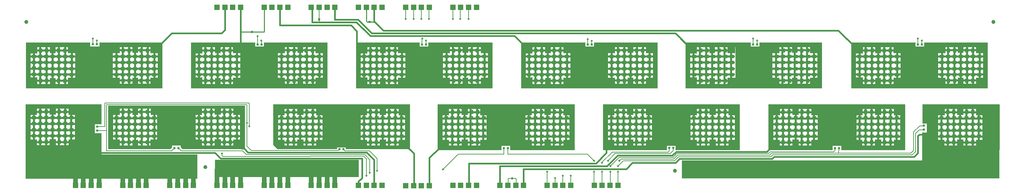
<source format=gtl>
G04*
G04 #@! TF.GenerationSoftware,Altium Limited,Altium Designer,18.1.7 (191)*
G04*
G04 Layer_Physical_Order=1*
G04 Layer_Color=255*
%FSLAX44Y44*%
%MOMM*%
G71*
G01*
G75*
%ADD12C,1.0000*%
%ADD13R,0.9300X0.9800*%
%ADD14R,0.9800X0.9300*%
%ADD15R,0.6000X0.6000*%
%ADD16R,0.6000X0.6000*%
%ADD17R,1.4300X1.4300*%
%ADD18R,0.2000X0.6000*%
%ADD19R,0.6000X0.2000*%
%ADD29C,0.2000*%
%ADD30C,0.4000*%
%ADD31C,0.2500*%
%ADD32R,62.9000X4.6000*%
%ADD33R,0.4000X0.6000*%
%ADD34R,0.6000X0.4000*%
%ADD35R,3.0000X5.0000*%
%ADD36R,3.6000X4.9500*%
%ADD37R,3.7000X4.6000*%
%ADD38R,5.1000X6.0000*%
%ADD39R,6.9000X5.1000*%
%ADD40R,19.7000X7.4500*%
%ADD41R,36.7000X4.4000*%
%ADD42R,1.2000X4.6000*%
%ADD43R,1.2000X4.5000*%
%ADD44R,1.2000X6.8500*%
%ADD45R,6.9000X6.0500*%
%ADD46R,9.9000X0.5000*%
%ADD47R,9.8000X0.5000*%
%ADD48R,11.4000X0.5000*%
%ADD49R,11.4000X0.5000*%
%ADD50R,0.5000X7.9000*%
%ADD51R,0.5000X9.5000*%
%ADD52R,0.6000X7.8000*%
%ADD53R,0.5000X9.5000*%
%ADD54R,0.5000X9.5000*%
%ADD55R,0.5000X9.5000*%
%ADD56R,0.6000X7.9000*%
%ADD57R,0.6000X9.5000*%
%ADD58R,11.4000X0.5000*%
%ADD59R,11.4000X0.5000*%
%ADD60R,9.8000X0.5000*%
%ADD61R,9.9000X0.5000*%
%ADD62R,11.4000X0.5000*%
%ADD63R,11.4000X0.5000*%
%ADD64R,9.8000X0.5000*%
%ADD65R,9.9000X0.5000*%
%ADD66R,0.5000X9.6000*%
%ADD67R,0.5000X8.0000*%
%ADD68R,0.5000X9.6000*%
%ADD69R,0.6000X7.4000*%
%ADD70R,5.5000X10.7000*%
%ADD71R,0.5000X9.6000*%
%ADD72R,0.5000X9.6000*%
%ADD73R,0.6000X7.8000*%
%ADD74R,0.5000X7.9000*%
%ADD75R,0.5000X9.6000*%
%ADD76R,11.8000X0.5000*%
%ADD77R,11.8000X0.5000*%
%ADD78R,11.9000X0.5000*%
%ADD79R,11.8000X0.5000*%
%ADD80R,9.8000X0.5000*%
%ADD81R,11.6000X0.5000*%
%ADD82R,11.6000X0.5000*%
%ADD83R,11.6000X0.5000*%
%ADD84R,11.6000X0.5000*%
%ADD85R,5.5000X10.7000*%
%ADD86R,11.9000X0.5000*%
%ADD87R,11.8000X0.5000*%
%ADD88R,11.6000X0.5000*%
%ADD89R,11.6000X0.5000*%
%ADD90R,11.8000X0.5000*%
%ADD91R,11.8000X0.5000*%
%ADD92R,11.9000X0.5000*%
%ADD93R,9.9000X0.5000*%
%ADD94R,11.6000X0.5000*%
%ADD95R,11.6000X0.5000*%
%ADD96R,11.6000X0.5000*%
%ADD97R,11.8000X0.5000*%
%ADD98R,11.9000X0.5000*%
%ADD99R,5.5000X10.7000*%
%ADD100C,1.2700*%
%ADD101C,0.4800*%
G36*
X1346000Y485000D02*
X1346000D01*
Y385000D01*
X1346000D01*
X1346000Y380000D01*
X1220000D01*
X1187000Y380000D01*
X1187000Y485000D01*
X1183000D01*
X1183000Y497000D01*
X1187000D01*
Y497000D01*
X1220000Y497000D01*
Y497000D01*
X1346000Y497000D01*
X1346000Y485000D01*
D02*
G37*
G36*
X2184000Y485000D02*
X2184000D01*
Y385000D01*
X2184000D01*
X2184000Y380000D01*
X2058000D01*
X2025000Y380000D01*
X2025000Y497000D01*
D01*
D01*
Y497000D01*
X2058000Y497000D01*
Y497000D01*
X2184000Y497000D01*
X2184000Y485000D01*
D02*
G37*
G36*
X926029Y485000D02*
X926029D01*
Y385000D01*
X926029D01*
X926029Y380000D01*
X800029D01*
X767029Y380000D01*
X767029Y485000D01*
X764000D01*
X764000Y497000D01*
X767029D01*
Y497000D01*
X800029Y497000D01*
Y497000D01*
X926029Y497000D01*
X926029Y485000D01*
D02*
G37*
G36*
X2606000Y485000D02*
X2606000D01*
Y385000D01*
X2606000D01*
X2606000Y380000D01*
X2480000D01*
X2444000Y380000D01*
X2444000Y497000D01*
X2480000Y497000D01*
Y497000D01*
X2606000Y497000D01*
X2606000Y485000D01*
D02*
G37*
G36*
X506000D02*
X506000D01*
Y385000D01*
X506000D01*
X506000Y380000D01*
X380000D01*
X347000Y380000D01*
X347000Y485000D01*
X346000D01*
X346000Y497000D01*
X347000D01*
Y497000D01*
X380000Y497000D01*
Y497000D01*
X506000Y497000D01*
X506000Y485000D01*
D02*
G37*
G36*
X1766000D02*
X1766000D01*
Y385000D01*
X1766000D01*
X1766000Y380000D01*
X1640000D01*
X1607000Y380000D01*
X1607000Y485000D01*
X1604000D01*
X1604000Y497000D01*
X1607000D01*
Y497000D01*
X1640000Y497000D01*
Y497000D01*
X1766000Y497000D01*
X1766000Y485000D01*
D02*
G37*
G36*
X1161000Y497000D02*
X1161000Y485250D01*
X1157027D01*
X1157717Y391000D01*
X1158000D01*
Y380000D01*
X999000D01*
Y388500D01*
Y492000D01*
X999000D01*
Y497000D01*
X1161000Y497000D01*
D02*
G37*
G36*
X742000Y497000D02*
X742000Y485250D01*
X737057D01*
X737746Y391000D01*
X738029D01*
Y380000D01*
X579029D01*
Y388500D01*
Y492000D01*
X579029D01*
Y497000D01*
X742000Y497000D01*
D02*
G37*
G36*
X2422000Y497000D02*
X2422000Y485250D01*
X2417027D01*
X2417717Y391000D01*
X2418000D01*
Y380000D01*
X2259000D01*
Y388500D01*
Y492000D01*
X2259000D01*
Y497000D01*
X2422000Y497000D01*
D02*
G37*
G36*
X322000D02*
X322000Y485250D01*
X317027D01*
X317717Y391000D01*
X318000D01*
Y380000D01*
X159000D01*
Y388500D01*
Y492000D01*
X159000D01*
Y497000D01*
X322000Y497000D01*
D02*
G37*
G36*
X1582000Y497000D02*
X1582000Y485250D01*
X1577027D01*
X1577717Y391000D01*
X1578000D01*
Y380000D01*
X1419000D01*
Y388500D01*
Y492000D01*
X1419000D01*
Y497000D01*
X1582000Y497000D01*
D02*
G37*
G36*
X1995000Y497000D02*
D01*
X2002985D01*
X2003764Y390500D01*
X1996000Y390500D01*
Y380000D01*
X1837000D01*
Y388500D01*
Y492000D01*
X1837000D01*
Y497000D01*
X1995000Y497000D01*
D02*
G37*
G36*
X2396000Y331000D02*
Y224000D01*
X2396000D01*
Y223000D01*
X2272000D01*
X2233000Y223000D01*
Y234000D01*
X2211000D01*
Y223000D01*
D01*
Y223000D01*
X2048000Y223000D01*
Y224000D01*
X2048000D01*
Y328000D01*
Y340000D01*
X2173000Y340000D01*
Y340000D01*
X2211000Y340000D01*
Y340000D01*
X2233000D01*
Y340000D01*
X2396000Y340000D01*
Y331000D01*
D02*
G37*
G36*
X1975000D02*
Y224000D01*
X1975000D01*
Y223000D01*
X1850000D01*
X1812000Y223000D01*
Y234000D01*
X1790000D01*
Y223000D01*
D01*
Y223000D01*
X1627000Y223000D01*
Y224000D01*
X1627000D01*
Y328000D01*
Y340000D01*
X1752000Y340000D01*
Y340000D01*
X1790000Y340000D01*
Y340000D01*
X1812000D01*
Y340000D01*
X1975000Y340000D01*
Y331000D01*
D02*
G37*
G36*
X1555000D02*
Y224000D01*
X1555000D01*
Y223000D01*
X1430000D01*
X1391000Y223000D01*
Y234000D01*
X1369000D01*
Y223000D01*
D01*
Y223000D01*
X1206000Y223000D01*
Y224000D01*
X1206000D01*
Y328000D01*
Y340000D01*
X1331000Y340000D01*
Y340000D01*
X1369000Y340000D01*
Y340000D01*
X1392000D01*
Y340000D01*
X1555000Y340000D01*
Y331000D01*
D02*
G37*
G36*
X1136000D02*
X1136000D01*
Y228500D01*
X1136000D01*
Y225500D01*
X1011000D01*
X973000Y225500D01*
Y230000D01*
X951000D01*
Y225500D01*
X913000Y225500D01*
X807000D01*
X798500Y225500D01*
X788000Y236000D01*
X788000Y238500D01*
Y328000D01*
X788000D01*
Y340000D01*
X913000Y340000D01*
Y340000D01*
X951000Y340000D01*
Y340000D01*
X973000D01*
Y340000D01*
X1136000Y340000D01*
Y331000D01*
D02*
G37*
G36*
X531000Y336000D02*
Y336000D01*
X553000D01*
Y336000D01*
X716000D01*
X716000Y331000D01*
X716000D01*
Y227500D01*
X716000D01*
Y225000D01*
X557000D01*
Y226000D01*
X553000Y230000D01*
Y234500D01*
X531000D01*
Y230000D01*
X531000Y230000D01*
Y230000D01*
X528500Y227500D01*
X528500Y227500D01*
D01*
X526000Y225000D01*
X398000D01*
X368000Y225000D01*
X368000Y249750D01*
X368000D01*
Y328500D01*
X368000D01*
X368000Y336000D01*
X493000Y336000D01*
Y336000D01*
X531000Y336000D01*
D02*
G37*
G36*
X321000Y340000D02*
X321000Y328500D01*
X284000Y328500D01*
X284000Y312250D01*
X267000Y312250D01*
X267000Y328500D01*
X235000Y328500D01*
X235000Y313250D01*
X219000D01*
X219000Y328500D01*
X187250D01*
X187250Y312500D01*
X171000Y312500D01*
Y249750D01*
X187000Y249750D01*
X187000Y235500D01*
X219000Y235500D01*
X219000Y250500D01*
X235000Y250500D01*
X235000Y235500D01*
X267000D01*
X267000Y250000D01*
X285250Y250000D01*
X285250Y235500D01*
X321000D01*
X321000Y225500D01*
X324000D01*
X324000Y211500D01*
X595000Y211500D01*
X595000Y150000D01*
X515000Y150000D01*
X158000Y150000D01*
Y224500D01*
Y328500D01*
X158000Y340000D01*
X321000Y340000D01*
D02*
G37*
G36*
X2630000Y340000D02*
Y340000D01*
X2636000D01*
Y223500D01*
X2630000D01*
Y223000D01*
X2467000Y223000D01*
Y224000D01*
X2467000D01*
Y328000D01*
Y340000D01*
X2630000Y340000D01*
D02*
G37*
%LPC*%
G36*
X1334000Y485000D02*
X1334000D01*
X1334000Y469750D01*
X1316000Y469750D01*
X1316000Y485000D01*
X1284000Y485000D01*
Y471000D01*
X1270000Y471000D01*
Y485000D01*
X1238000Y485000D01*
X1238000Y470000D01*
X1220000Y470000D01*
X1220000Y407250D01*
X1238000Y407250D01*
X1238000Y392000D01*
X1270000D01*
X1270000Y407250D01*
X1284000Y407250D01*
X1284000Y392000D01*
X1316000D01*
X1316000Y407500D01*
X1334000Y407500D01*
Y485000D01*
D02*
G37*
G36*
X2172000Y485000D02*
X2172000D01*
X2172000Y469750D01*
X2154000Y469750D01*
X2154000Y485000D01*
X2122000Y485000D01*
Y471000D01*
X2108000Y471000D01*
Y485000D01*
X2076000Y485000D01*
X2076000Y470000D01*
X2058000Y470000D01*
X2058000Y407250D01*
X2076000Y407250D01*
X2076000Y392000D01*
X2108000D01*
X2108000Y407250D01*
X2122000Y407250D01*
X2122000Y392000D01*
X2154000D01*
X2154000Y407500D01*
X2172000Y407500D01*
Y485000D01*
D02*
G37*
G36*
X914029Y485000D02*
X914029D01*
X914029Y469750D01*
X896029Y469750D01*
X896029Y485000D01*
X864029Y485000D01*
Y471000D01*
X850029Y471000D01*
Y485000D01*
X818029Y485000D01*
X818029Y470000D01*
X800029Y470000D01*
X800029Y407250D01*
X818029Y407250D01*
X818029Y392000D01*
X850029D01*
X850029Y407250D01*
X864029Y407250D01*
X864029Y392000D01*
X896029D01*
X896029Y407500D01*
X914029Y407500D01*
Y485000D01*
D02*
G37*
G36*
X2594000Y485000D02*
X2594000D01*
X2594000Y469750D01*
X2576000Y469750D01*
X2576000Y485000D01*
X2544000Y485000D01*
Y471000D01*
X2530000Y471000D01*
Y485000D01*
X2498000Y485000D01*
X2498000Y470000D01*
X2480000Y470000D01*
X2480000Y407250D01*
X2498000Y407250D01*
X2498000Y392000D01*
X2530000D01*
X2530000Y407250D01*
X2544000Y407250D01*
X2544000Y392000D01*
X2576000D01*
X2576000Y407500D01*
X2594000Y407500D01*
Y485000D01*
D02*
G37*
G36*
X494000D02*
X494000D01*
X494000Y469750D01*
X476000Y469750D01*
X476000Y485000D01*
X444000Y485000D01*
Y471000D01*
X430000Y471000D01*
Y485000D01*
X398000Y485000D01*
X398000Y470000D01*
X380000Y470000D01*
X380000Y407250D01*
X398000Y407250D01*
X398000Y392000D01*
X430000D01*
X430000Y407250D01*
X444000Y407250D01*
X444000Y392000D01*
X476000D01*
X476000Y407500D01*
X494000Y407500D01*
Y485000D01*
D02*
G37*
G36*
X1754000D02*
X1754000D01*
X1754000Y469750D01*
X1736000Y469750D01*
X1736000Y485000D01*
X1704000Y485000D01*
Y471000D01*
X1690000Y471000D01*
Y485000D01*
X1658000Y485000D01*
X1658000Y470000D01*
X1640000Y470000D01*
X1640000Y407250D01*
X1658000Y407250D01*
X1658000Y392000D01*
X1690000D01*
X1690000Y407250D01*
X1704000Y407250D01*
X1704000Y392000D01*
X1736000D01*
X1736000Y407500D01*
X1754000Y407500D01*
Y485000D01*
D02*
G37*
G36*
X1028000Y485250D02*
X1028000Y469500D01*
X1011000Y469500D01*
Y408000D01*
X1028000Y408000D01*
X1028000Y391000D01*
X1060000D01*
X1060000Y406250D01*
X1074000Y406250D01*
X1074000Y391000D01*
X1106000D01*
X1106000Y407000D01*
X1124000Y407000D01*
Y469750D01*
X1106000Y469750D01*
X1106000Y485250D01*
X1074000Y485250D01*
Y470000D01*
X1060000D01*
Y485250D01*
X1028000D01*
D02*
G37*
G36*
X1011000Y398500D02*
Y391000D01*
X1011000D01*
X1011000Y398500D01*
D02*
G37*
G36*
X608029Y485250D02*
X608029Y469500D01*
X591029Y469500D01*
Y408000D01*
X608029Y408000D01*
X608029Y391000D01*
X640029D01*
X640029Y406250D01*
X654029Y406250D01*
X654029Y391000D01*
X686029D01*
X686029Y407000D01*
X704029Y407000D01*
Y469750D01*
X686029Y469750D01*
X686029Y485250D01*
X654029D01*
Y470000D01*
X640029D01*
Y485250D01*
X608029Y485250D01*
D02*
G37*
G36*
X591029Y398500D02*
Y391000D01*
X591029D01*
X591029Y398500D01*
D02*
G37*
G36*
X2288000Y485250D02*
X2288000Y469500D01*
X2271000Y469500D01*
Y408000D01*
X2288000Y408000D01*
X2288000Y391000D01*
X2320000D01*
X2320000Y406250D01*
X2334000Y406250D01*
X2334000Y391000D01*
X2366000D01*
X2366000Y407000D01*
X2384000Y407000D01*
Y469750D01*
X2366000Y469750D01*
X2366000Y485250D01*
X2334000D01*
Y470000D01*
X2320000D01*
Y485250D01*
X2288000Y485250D01*
D02*
G37*
G36*
X2271000Y398500D02*
Y391000D01*
X2271000D01*
X2271000Y398500D01*
D02*
G37*
G36*
X188000Y485250D02*
X188000Y469500D01*
X171000Y469500D01*
Y408000D01*
X188000Y408000D01*
X188000Y391000D01*
X220000D01*
X220000Y406250D01*
X234000Y406250D01*
X234000Y391000D01*
X266000D01*
X266000Y407000D01*
X284000Y407000D01*
Y469750D01*
X266000Y469750D01*
X266000Y485250D01*
X234000D01*
Y470000D01*
X220000D01*
Y485250D01*
X188000Y485250D01*
D02*
G37*
G36*
X171000Y398500D02*
Y391000D01*
X171000D01*
X171000Y398500D01*
D02*
G37*
G36*
X1448000Y485250D02*
X1448000Y469500D01*
X1431000Y469500D01*
Y408000D01*
X1448000Y408000D01*
X1448000Y391000D01*
X1480000D01*
X1480000Y406250D01*
X1494000Y406250D01*
X1494000Y391000D01*
X1526000D01*
X1526000Y407000D01*
X1544000Y407000D01*
Y469750D01*
X1526000Y469750D01*
X1526000Y485250D01*
X1494000Y485250D01*
Y470000D01*
X1480000D01*
Y485250D01*
X1448000D01*
D02*
G37*
G36*
X1431000Y398500D02*
Y391000D01*
X1431000D01*
X1431000Y398500D01*
D02*
G37*
G36*
X1866000Y485250D02*
X1866000Y469500D01*
X1849000Y469500D01*
Y408000D01*
X1866000Y408000D01*
X1866000Y391000D01*
X1898000D01*
X1898000Y406250D01*
X1912000Y406250D01*
X1912000Y391000D01*
X1944000D01*
X1944000Y407000D01*
X1964000Y407000D01*
X1964000Y485250D01*
X1963000D01*
X1963000Y469750D01*
X1944000Y469750D01*
X1944000Y485250D01*
X1912000Y485250D01*
Y470000D01*
X1898000D01*
Y485250D01*
X1866000D01*
D02*
G37*
G36*
X1849000Y398500D02*
Y391000D01*
X1849000D01*
X1849000Y398500D01*
D02*
G37*
G36*
X2367000Y328000D02*
X2335000Y328000D01*
X2335000Y312750D01*
X2319000D01*
X2319000Y328000D01*
X2287250D01*
X2287250Y312000D01*
X2272000Y312000D01*
Y249250D01*
X2287000Y249250D01*
X2287000Y235000D01*
X2319000D01*
X2319000Y250000D01*
X2335000Y250000D01*
X2335000Y235000D01*
X2367000D01*
X2367000Y249500D01*
X2383000Y249500D01*
Y311750D01*
X2367000Y311750D01*
X2367000Y328000D01*
D02*
G37*
G36*
X2077250Y328000D02*
X2077250Y312000D01*
X2061000Y312000D01*
Y249250D01*
X2077000Y249250D01*
X2077000Y235000D01*
X2109000Y235000D01*
X2109000Y250000D01*
X2125000Y250000D01*
X2125000Y235000D01*
X2157000D01*
X2157000Y249500D01*
X2173000Y249500D01*
Y311750D01*
X2157000Y311750D01*
X2157000Y328000D01*
X2125000Y328000D01*
X2125000Y312750D01*
X2109000D01*
X2109000Y328000D01*
X2077250D01*
D02*
G37*
G36*
X1946000Y328000D02*
X1914000Y328000D01*
X1914000Y312750D01*
X1898000D01*
X1898000Y328000D01*
X1866250D01*
X1866250Y312000D01*
X1850000Y312000D01*
Y249250D01*
X1866000Y249250D01*
X1866000Y235000D01*
X1898000D01*
X1898000Y250000D01*
X1914000Y250000D01*
X1914000Y235000D01*
X1946000D01*
X1946000Y249500D01*
X1962000Y249500D01*
Y311750D01*
X1946000Y311750D01*
X1946000Y328000D01*
D02*
G37*
G36*
X1656250Y328000D02*
X1656250Y312000D01*
X1640000Y312000D01*
Y249250D01*
X1656000Y249250D01*
X1656000Y235000D01*
X1688000Y235000D01*
X1688000Y250000D01*
X1704000Y250000D01*
X1704000Y235000D01*
X1736000D01*
X1736000Y249500D01*
X1752000Y249500D01*
Y311750D01*
X1736000Y311750D01*
X1736000Y328000D01*
X1704000Y328000D01*
X1704000Y312750D01*
X1688000D01*
X1688000Y328000D01*
X1656250D01*
D02*
G37*
G36*
X1526000Y328000D02*
X1494000Y328000D01*
X1494000Y312750D01*
X1478000D01*
X1478000Y328000D01*
X1446250D01*
X1446250Y312000D01*
X1430000Y312000D01*
Y249250D01*
X1446000Y249250D01*
X1446000Y235000D01*
X1478000D01*
X1478000Y250000D01*
X1494000Y250000D01*
X1494000Y235000D01*
X1526000D01*
X1526000Y249500D01*
X1542000Y249500D01*
Y311750D01*
X1526000Y311750D01*
X1526000Y328000D01*
D02*
G37*
G36*
X1235250Y328000D02*
X1235250Y312000D01*
X1219000Y312000D01*
Y249250D01*
X1235000Y249250D01*
X1235000Y235000D01*
X1267000Y235000D01*
X1267000Y250000D01*
X1283000Y250000D01*
X1283000Y235000D01*
X1315000D01*
X1315000Y249500D01*
X1331000Y249500D01*
Y311750D01*
X1315000Y311750D01*
X1315000Y328000D01*
X1283000Y328000D01*
X1283000Y312750D01*
X1267000D01*
X1267000Y328000D01*
X1235250D01*
D02*
G37*
G36*
X1107000Y328000D02*
X1075000Y328000D01*
X1075000Y312750D01*
X1059000D01*
X1059000Y328000D01*
X1027250D01*
X1027250Y312000D01*
X1011000Y312000D01*
X1011000Y249250D01*
X1027000Y249250D01*
X1027000Y235000D01*
X1059000D01*
X1059000Y250000D01*
X1075000Y250000D01*
X1075000Y235000D01*
X1107000D01*
X1107000Y249500D01*
X1123000Y249500D01*
Y311750D01*
X1107000Y311750D01*
X1107000Y328000D01*
D02*
G37*
G36*
X817250Y328000D02*
X817250Y312000D01*
X801000Y312000D01*
Y249250D01*
X817000Y249250D01*
X817000Y235000D01*
X849000D01*
X849000Y250000D01*
X865000Y250000D01*
X865000Y235000D01*
X897000D01*
X897000Y249500D01*
X913000Y249500D01*
X913000Y311750D01*
X897000Y311750D01*
X897000Y328000D01*
X865000Y328000D01*
X865000Y312750D01*
X849000D01*
X849000Y328000D01*
X817250D01*
D02*
G37*
G36*
X686750Y328500D02*
X654750Y328500D01*
X654750Y313250D01*
X638750D01*
X638750Y328500D01*
X607000D01*
X607000Y312500D01*
X591000Y312500D01*
X591000Y249750D01*
X606750Y249750D01*
X606750Y235000D01*
X638750D01*
X638750Y250500D01*
X654750Y250500D01*
X654750Y235000D01*
X686750D01*
X686750Y250000D01*
X703000Y250000D01*
Y312250D01*
X686750Y312250D01*
X686750Y328500D01*
D02*
G37*
G36*
X398000D02*
X398000Y312500D01*
X381000Y312500D01*
Y249750D01*
X398000Y249750D01*
X398000Y235000D01*
X430000D01*
X430000Y249500D01*
X444000D01*
X444000Y235000D01*
X476000Y235000D01*
X476000Y250000D01*
X493000Y250000D01*
Y312250D01*
X476750Y312250D01*
X476750Y328500D01*
X444000Y328500D01*
X444000Y312500D01*
X430000D01*
X430000Y328500D01*
X398000D01*
D02*
G37*
G36*
X2496250Y328000D02*
X2496250Y312000D01*
X2480000Y312000D01*
Y249250D01*
X2496000Y249250D01*
X2496000Y235000D01*
X2528000Y235000D01*
X2528000Y250000D01*
X2544000Y250000D01*
X2544000Y235000D01*
X2576000D01*
X2576000Y249500D01*
X2592000Y249500D01*
Y311750D01*
X2576000Y311750D01*
X2576000Y328000D01*
X2544000Y328000D01*
X2544000Y312750D01*
X2528000D01*
X2528000Y328000D01*
X2496250D01*
D02*
G37*
%LPD*%
D12*
X615000Y180000D02*
D03*
X1810000Y170000D02*
D03*
X2620000Y550000D02*
D03*
X160000D02*
D03*
D13*
X195300Y244000D02*
D03*
X210700D02*
D03*
X195300Y321000D02*
D03*
X210700D02*
D03*
X406300Y243000D02*
D03*
X421700D02*
D03*
X615300Y320000D02*
D03*
X630700D02*
D03*
X663300Y243000D02*
D03*
X678700D02*
D03*
X873300Y244000D02*
D03*
X888700D02*
D03*
X1083300Y243000D02*
D03*
X1098700D02*
D03*
X1083300Y320000D02*
D03*
X1098700D02*
D03*
X1035300Y243000D02*
D03*
X1050700D02*
D03*
X1292300Y243000D02*
D03*
X1307700D02*
D03*
X1455300D02*
D03*
X1470700D02*
D03*
X1664300Y244000D02*
D03*
X1679700D02*
D03*
X1874300D02*
D03*
X1889700D02*
D03*
X2133300Y243000D02*
D03*
X2148700D02*
D03*
X2085300Y320000D02*
D03*
X2100700D02*
D03*
X2295300Y243000D02*
D03*
X2310700D02*
D03*
X2295300Y320000D02*
D03*
X2310700D02*
D03*
X2504300Y243000D02*
D03*
X2519700D02*
D03*
X2552300Y320000D02*
D03*
X2567700D02*
D03*
X1874300D02*
D03*
X1889700D02*
D03*
X1712300D02*
D03*
X1727700D02*
D03*
X1455300D02*
D03*
X1470700D02*
D03*
X1244300D02*
D03*
X1259700D02*
D03*
X873300Y320000D02*
D03*
X888700D02*
D03*
X406300Y320000D02*
D03*
X421700D02*
D03*
X1035300Y320000D02*
D03*
X1050700D02*
D03*
X243300Y244000D02*
D03*
X258700D02*
D03*
X452300Y243000D02*
D03*
X467700D02*
D03*
X825300Y244000D02*
D03*
X840700D02*
D03*
X1244300Y243000D02*
D03*
X1259700D02*
D03*
X1503300D02*
D03*
X1518700D02*
D03*
X1712300Y244000D02*
D03*
X1727700D02*
D03*
X1922300D02*
D03*
X1937700D02*
D03*
X663300Y320000D02*
D03*
X678700D02*
D03*
X2504300Y320000D02*
D03*
X2519700D02*
D03*
X2343300D02*
D03*
X2358700D02*
D03*
X2133300D02*
D03*
X2148700D02*
D03*
X615300Y243000D02*
D03*
X630700D02*
D03*
X2085300Y243000D02*
D03*
X2100700D02*
D03*
X2343300D02*
D03*
X2358700D02*
D03*
X2552300D02*
D03*
X2567700D02*
D03*
X1922300Y320000D02*
D03*
X1937700D02*
D03*
X1664300D02*
D03*
X1679700D02*
D03*
X1292300D02*
D03*
X1307700D02*
D03*
X1503300D02*
D03*
X1518700D02*
D03*
X825300Y320000D02*
D03*
X840700D02*
D03*
X243300Y321000D02*
D03*
X258700D02*
D03*
X452300Y320000D02*
D03*
X467700D02*
D03*
X467700Y400000D02*
D03*
X452300D02*
D03*
X421700Y477000D02*
D03*
X406300D02*
D03*
X873300Y400000D02*
D03*
X888700D02*
D03*
X1246600Y400000D02*
D03*
X1262000D02*
D03*
X1246600Y477000D02*
D03*
X1262000D02*
D03*
X1456300Y400000D02*
D03*
X1471700D02*
D03*
X1502300Y477000D02*
D03*
X1517700D02*
D03*
X1712300Y400000D02*
D03*
X1727700D02*
D03*
X2296300Y477000D02*
D03*
X2311700D02*
D03*
X1876300Y400000D02*
D03*
X1891700D02*
D03*
X1712300Y477000D02*
D03*
X1727700D02*
D03*
X1876300D02*
D03*
X1891700D02*
D03*
X2132300Y400000D02*
D03*
X2147700D02*
D03*
X2086300Y477000D02*
D03*
X2101700D02*
D03*
X2342300Y400000D02*
D03*
X2357700D02*
D03*
X2506300D02*
D03*
X2521700D02*
D03*
X2342300Y477000D02*
D03*
X2357700D02*
D03*
X2552300D02*
D03*
X2567700D02*
D03*
X196300Y400000D02*
D03*
X211700D02*
D03*
X1292000D02*
D03*
X1307400D02*
D03*
X662300D02*
D03*
X677700D02*
D03*
X1036300D02*
D03*
X1051700D02*
D03*
X242300D02*
D03*
X257700D02*
D03*
X196300Y477000D02*
D03*
X211700D02*
D03*
X616300Y400000D02*
D03*
X631700D02*
D03*
X826300Y400000D02*
D03*
X841700D02*
D03*
X662300Y477000D02*
D03*
X677700D02*
D03*
X826300Y477000D02*
D03*
X841700D02*
D03*
X1036300Y477000D02*
D03*
X1051700D02*
D03*
X1082300Y400000D02*
D03*
X1097700D02*
D03*
X2296300D02*
D03*
X2311700D02*
D03*
X2506300Y477000D02*
D03*
X2521700D02*
D03*
X406300Y400000D02*
D03*
X421700D02*
D03*
X467700Y477000D02*
D03*
X452300D02*
D03*
X1292000D02*
D03*
X1307400D02*
D03*
X1502300Y400000D02*
D03*
X1517700D02*
D03*
X1456300Y477000D02*
D03*
X1471700D02*
D03*
X1666300Y400000D02*
D03*
X1681700D02*
D03*
X1666300Y477000D02*
D03*
X1681700D02*
D03*
X1922300Y400000D02*
D03*
X1937700D02*
D03*
X1922300Y477000D02*
D03*
X1937700D02*
D03*
X2086300Y400000D02*
D03*
X2101700D02*
D03*
X2132300Y477000D02*
D03*
X2147700D02*
D03*
X2552300Y400000D02*
D03*
X2567700D02*
D03*
X242300Y477000D02*
D03*
X257700D02*
D03*
X616300D02*
D03*
X631700D02*
D03*
X872300Y477000D02*
D03*
X887700D02*
D03*
X1082300Y477000D02*
D03*
X1097700D02*
D03*
D14*
X437000Y273700D02*
D03*
Y258300D02*
D03*
X469000Y273700D02*
D03*
Y258300D02*
D03*
X405000Y273700D02*
D03*
Y258300D02*
D03*
X195000Y259300D02*
D03*
Y274700D02*
D03*
X211000Y305700D02*
D03*
Y290300D02*
D03*
X227000Y259300D02*
D03*
Y274700D02*
D03*
X259000Y274700D02*
D03*
Y259300D02*
D03*
X243000Y305700D02*
D03*
Y290300D02*
D03*
X275000Y290300D02*
D03*
Y305700D02*
D03*
X663000Y273700D02*
D03*
Y258300D02*
D03*
X695000Y273700D02*
D03*
Y258300D02*
D03*
X615000Y258300D02*
D03*
Y273700D02*
D03*
X599000Y304700D02*
D03*
Y289300D02*
D03*
X809000Y258300D02*
D03*
Y273700D02*
D03*
X631000Y304700D02*
D03*
Y289300D02*
D03*
X647000Y273700D02*
D03*
Y258300D02*
D03*
X841000Y273700D02*
D03*
Y258300D02*
D03*
X663000Y304700D02*
D03*
Y289300D02*
D03*
X695000Y304700D02*
D03*
Y289300D02*
D03*
X1083000Y273700D02*
D03*
Y258300D02*
D03*
X873000Y273700D02*
D03*
Y258300D02*
D03*
X905000Y273700D02*
D03*
Y258300D02*
D03*
X1276000Y273700D02*
D03*
Y258300D02*
D03*
X1308000Y273700D02*
D03*
Y258300D02*
D03*
X1244000Y273700D02*
D03*
Y258300D02*
D03*
X1099000Y273700D02*
D03*
Y258300D02*
D03*
X1083000Y289300D02*
D03*
Y304700D02*
D03*
X1324000Y273700D02*
D03*
Y258300D02*
D03*
X1455000Y273700D02*
D03*
Y258300D02*
D03*
X1487000Y273700D02*
D03*
Y258300D02*
D03*
X1519000Y273700D02*
D03*
Y258300D02*
D03*
X1664000Y273700D02*
D03*
Y258300D02*
D03*
X1503000Y304700D02*
D03*
Y289300D02*
D03*
X1535000Y304700D02*
D03*
Y289300D02*
D03*
X1649000Y304700D02*
D03*
Y289300D02*
D03*
X1874000Y273700D02*
D03*
Y258300D02*
D03*
X1906000Y273700D02*
D03*
Y258300D02*
D03*
X1696000Y273700D02*
D03*
Y258300D02*
D03*
X1727000Y273700D02*
D03*
Y258300D02*
D03*
X1680000Y304700D02*
D03*
Y289300D02*
D03*
X1711000Y304700D02*
D03*
Y289300D02*
D03*
X1743000Y304700D02*
D03*
Y289300D02*
D03*
X2133000Y273700D02*
D03*
Y258300D02*
D03*
X2101000Y273700D02*
D03*
Y258300D02*
D03*
X2165000Y273700D02*
D03*
Y258300D02*
D03*
X1938000Y273700D02*
D03*
Y258300D02*
D03*
X2069000Y304700D02*
D03*
Y289300D02*
D03*
X2327000Y273700D02*
D03*
Y258300D02*
D03*
X2295000Y273700D02*
D03*
Y258300D02*
D03*
X2359000Y273700D02*
D03*
Y258300D02*
D03*
X2085000Y273700D02*
D03*
Y258300D02*
D03*
X2101000Y304700D02*
D03*
Y289300D02*
D03*
X2133000Y304700D02*
D03*
Y289300D02*
D03*
X2165000Y304700D02*
D03*
Y289300D02*
D03*
X889000Y289300D02*
D03*
Y304700D02*
D03*
X485000Y304700D02*
D03*
Y289300D02*
D03*
X2536000Y273700D02*
D03*
Y258300D02*
D03*
X2504000Y273700D02*
D03*
Y258300D02*
D03*
X2311000Y304700D02*
D03*
Y289300D02*
D03*
X2280000Y304700D02*
D03*
Y289300D02*
D03*
X2375000Y304700D02*
D03*
Y289300D02*
D03*
X2343000Y304700D02*
D03*
Y289300D02*
D03*
X2552000Y304700D02*
D03*
Y289300D02*
D03*
X1922000Y304700D02*
D03*
Y289300D02*
D03*
X1954000Y304700D02*
D03*
Y289300D02*
D03*
X1858000Y304700D02*
D03*
Y289300D02*
D03*
X1890000Y304700D02*
D03*
Y289300D02*
D03*
X1439000Y304700D02*
D03*
Y289300D02*
D03*
X1471000Y304700D02*
D03*
Y289300D02*
D03*
X1324000Y304700D02*
D03*
Y289300D02*
D03*
X1292000Y304700D02*
D03*
Y289300D02*
D03*
X1260000Y304700D02*
D03*
Y289300D02*
D03*
X1228000Y304700D02*
D03*
Y289300D02*
D03*
X825000Y304700D02*
D03*
Y289300D02*
D03*
X857000Y304700D02*
D03*
Y289300D02*
D03*
X453000Y304700D02*
D03*
Y289300D02*
D03*
X389000Y289300D02*
D03*
Y304700D02*
D03*
X421000Y304700D02*
D03*
Y289300D02*
D03*
X179000Y290300D02*
D03*
Y305700D02*
D03*
X2584000Y304700D02*
D03*
Y289300D02*
D03*
X2504000Y304700D02*
D03*
Y289300D02*
D03*
X2536000Y304700D02*
D03*
Y289300D02*
D03*
X2568000Y273700D02*
D03*
Y258300D02*
D03*
X179000Y274700D02*
D03*
Y259300D02*
D03*
X211000Y259300D02*
D03*
Y274700D02*
D03*
X243000Y259300D02*
D03*
Y274700D02*
D03*
X275000Y259300D02*
D03*
Y274700D02*
D03*
X485000Y273700D02*
D03*
Y258300D02*
D03*
X599000Y258300D02*
D03*
Y273700D02*
D03*
X631000Y258300D02*
D03*
Y273700D02*
D03*
X857000Y258300D02*
D03*
Y273700D02*
D03*
X889000Y273700D02*
D03*
Y258300D02*
D03*
X825000Y258300D02*
D03*
Y273700D02*
D03*
X1019000Y274000D02*
D03*
Y258600D02*
D03*
X1067000Y273700D02*
D03*
Y258300D02*
D03*
X1035000Y273700D02*
D03*
Y258300D02*
D03*
X1051000Y304700D02*
D03*
Y289300D02*
D03*
X1115000Y304700D02*
D03*
Y289300D02*
D03*
X1503000Y273700D02*
D03*
Y258300D02*
D03*
X1535000Y273700D02*
D03*
Y258300D02*
D03*
X1439000Y273700D02*
D03*
Y258300D02*
D03*
X1471000Y273700D02*
D03*
Y258300D02*
D03*
X1680000Y273700D02*
D03*
Y258300D02*
D03*
X1649000Y273700D02*
D03*
Y258300D02*
D03*
X1711000Y273700D02*
D03*
Y258300D02*
D03*
X1743000Y273700D02*
D03*
Y258300D02*
D03*
X1954000Y273700D02*
D03*
Y258300D02*
D03*
X1922000Y273700D02*
D03*
Y258300D02*
D03*
X2069000Y273700D02*
D03*
Y258300D02*
D03*
X2280000Y273700D02*
D03*
Y258300D02*
D03*
X2520000Y304700D02*
D03*
Y289300D02*
D03*
X2488000Y304700D02*
D03*
Y289300D02*
D03*
X2327000Y304700D02*
D03*
Y289300D02*
D03*
X2295000Y304700D02*
D03*
Y289300D02*
D03*
X2359000Y304700D02*
D03*
Y289300D02*
D03*
X2085000Y304700D02*
D03*
Y289300D02*
D03*
X2117000Y304700D02*
D03*
Y289300D02*
D03*
X2149000Y304700D02*
D03*
Y289300D02*
D03*
X1664000Y304700D02*
D03*
Y289300D02*
D03*
X1727000Y304700D02*
D03*
Y289300D02*
D03*
X1696000Y304700D02*
D03*
Y289300D02*
D03*
X1519000Y304700D02*
D03*
Y289300D02*
D03*
X1487000Y304700D02*
D03*
Y289300D02*
D03*
X647000Y304700D02*
D03*
Y289300D02*
D03*
X679000Y304700D02*
D03*
Y289300D02*
D03*
X615000Y304700D02*
D03*
Y289300D02*
D03*
X259000Y305700D02*
D03*
Y290300D02*
D03*
X227000Y305700D02*
D03*
Y290300D02*
D03*
X195000Y305700D02*
D03*
Y290300D02*
D03*
X453000Y273700D02*
D03*
Y258300D02*
D03*
X389000Y273700D02*
D03*
Y258300D02*
D03*
X421000Y273700D02*
D03*
Y258300D02*
D03*
X679000Y273700D02*
D03*
Y258300D02*
D03*
X1115000Y274000D02*
D03*
Y258600D02*
D03*
X1051000Y273700D02*
D03*
Y258300D02*
D03*
X1035000Y304700D02*
D03*
Y289300D02*
D03*
X1292000Y273700D02*
D03*
Y258300D02*
D03*
X1260000Y273700D02*
D03*
Y258300D02*
D03*
X1228000Y273700D02*
D03*
Y258300D02*
D03*
X1858000Y273700D02*
D03*
Y258300D02*
D03*
X1890000Y273700D02*
D03*
Y258300D02*
D03*
X2117000Y273700D02*
D03*
Y258300D02*
D03*
X2149000Y273700D02*
D03*
Y258300D02*
D03*
X2311000Y273700D02*
D03*
Y258300D02*
D03*
X2343000Y273700D02*
D03*
Y258300D02*
D03*
X2375000Y273700D02*
D03*
Y258300D02*
D03*
X469000Y289300D02*
D03*
Y304700D02*
D03*
X2488000Y273700D02*
D03*
Y258300D02*
D03*
X2552000Y273700D02*
D03*
Y258300D02*
D03*
X2520000Y273700D02*
D03*
Y258300D02*
D03*
X1938000Y304700D02*
D03*
Y289300D02*
D03*
X1874000Y304700D02*
D03*
Y289300D02*
D03*
X1906000Y304700D02*
D03*
Y289300D02*
D03*
X1455000Y304700D02*
D03*
Y289300D02*
D03*
X1276000Y304700D02*
D03*
Y289300D02*
D03*
X1308000Y304700D02*
D03*
Y289300D02*
D03*
X1244000Y304700D02*
D03*
Y289300D02*
D03*
X873000Y304700D02*
D03*
Y289300D02*
D03*
X905000Y304700D02*
D03*
Y289300D02*
D03*
X809000Y304700D02*
D03*
Y289300D02*
D03*
X841000Y304700D02*
D03*
Y289300D02*
D03*
X437000Y304700D02*
D03*
Y289300D02*
D03*
X405000Y304700D02*
D03*
Y289300D02*
D03*
X2584000Y273700D02*
D03*
Y258300D02*
D03*
X2568000Y304700D02*
D03*
Y289300D02*
D03*
X1019000Y304700D02*
D03*
Y289300D02*
D03*
X1067000Y304700D02*
D03*
Y289300D02*
D03*
X1099000Y304700D02*
D03*
Y289300D02*
D03*
X195000Y431400D02*
D03*
Y416000D02*
D03*
X227000Y415300D02*
D03*
Y430700D02*
D03*
X259000Y430700D02*
D03*
Y415300D02*
D03*
X421000Y430700D02*
D03*
Y415300D02*
D03*
X453000Y430700D02*
D03*
Y415300D02*
D03*
X485000Y415300D02*
D03*
Y430700D02*
D03*
X405000Y415300D02*
D03*
Y430700D02*
D03*
X389000Y461700D02*
D03*
Y446300D02*
D03*
X421000Y461700D02*
D03*
Y446300D02*
D03*
X453000Y446300D02*
D03*
Y461700D02*
D03*
X485000Y446300D02*
D03*
Y461700D02*
D03*
X599000Y415300D02*
D03*
Y430700D02*
D03*
X631000Y430700D02*
D03*
Y415300D02*
D03*
X663000Y430700D02*
D03*
Y415300D02*
D03*
X695000Y430700D02*
D03*
Y415300D02*
D03*
X809000Y430700D02*
D03*
Y415300D02*
D03*
X873000Y430700D02*
D03*
Y415300D02*
D03*
X841000Y430700D02*
D03*
Y415300D02*
D03*
X857000Y430700D02*
D03*
Y415300D02*
D03*
X809000Y461700D02*
D03*
Y446300D02*
D03*
X1035000Y430700D02*
D03*
Y415300D02*
D03*
X1067000Y430700D02*
D03*
Y415300D02*
D03*
X1099000Y430700D02*
D03*
Y415300D02*
D03*
X1051000Y461700D02*
D03*
Y446300D02*
D03*
X1083000Y461700D02*
D03*
Y446300D02*
D03*
X1115000Y461700D02*
D03*
Y446300D02*
D03*
X1277000Y430700D02*
D03*
Y415300D02*
D03*
X1309000Y430700D02*
D03*
Y415300D02*
D03*
X1245000Y430700D02*
D03*
Y415300D02*
D03*
X1519000Y430700D02*
D03*
Y415300D02*
D03*
X1439000Y430700D02*
D03*
Y415300D02*
D03*
X1471000Y430700D02*
D03*
Y415300D02*
D03*
X1503000Y430700D02*
D03*
Y415300D02*
D03*
X1455000Y461700D02*
D03*
Y446300D02*
D03*
X1487000Y461700D02*
D03*
Y446300D02*
D03*
X1519000Y461700D02*
D03*
Y446300D02*
D03*
X1649000Y430700D02*
D03*
Y415300D02*
D03*
X1745000Y430700D02*
D03*
Y415300D02*
D03*
X1713000Y430700D02*
D03*
Y415300D02*
D03*
X1681000Y430700D02*
D03*
Y415300D02*
D03*
X1665000Y461700D02*
D03*
Y446300D02*
D03*
X1697000Y461700D02*
D03*
Y446300D02*
D03*
X1907000Y430700D02*
D03*
Y415300D02*
D03*
X1939000Y430700D02*
D03*
Y415300D02*
D03*
X1875000Y430700D02*
D03*
Y415300D02*
D03*
X1859000Y461700D02*
D03*
Y446300D02*
D03*
X1891000Y461700D02*
D03*
Y446300D02*
D03*
X1923000Y461700D02*
D03*
Y446300D02*
D03*
X1955000Y461700D02*
D03*
Y446300D02*
D03*
X2069000Y430700D02*
D03*
Y415300D02*
D03*
X2101000Y430700D02*
D03*
Y415300D02*
D03*
X2133000Y430700D02*
D03*
Y415300D02*
D03*
X2165000Y430700D02*
D03*
Y415300D02*
D03*
X2069000Y461700D02*
D03*
Y446300D02*
D03*
X2101000Y461700D02*
D03*
Y446300D02*
D03*
X2133000Y461700D02*
D03*
Y446300D02*
D03*
X2165000Y461700D02*
D03*
Y446300D02*
D03*
X2521000Y461700D02*
D03*
Y446300D02*
D03*
X2553000Y461700D02*
D03*
Y446300D02*
D03*
X2311000Y430700D02*
D03*
Y415300D02*
D03*
X2279000Y430700D02*
D03*
Y415300D02*
D03*
X2375000Y430700D02*
D03*
Y415300D02*
D03*
X2343000Y430700D02*
D03*
Y415300D02*
D03*
X2327000Y461700D02*
D03*
Y446300D02*
D03*
X2295000Y461700D02*
D03*
Y446300D02*
D03*
X2359000Y461700D02*
D03*
Y446300D02*
D03*
X2505000Y430700D02*
D03*
Y415300D02*
D03*
X2537000Y430700D02*
D03*
Y415300D02*
D03*
X2585000Y461700D02*
D03*
Y446300D02*
D03*
X2505000Y461700D02*
D03*
Y446300D02*
D03*
X2569000Y430700D02*
D03*
Y415300D02*
D03*
X275000Y430700D02*
D03*
Y415300D02*
D03*
X243000Y415300D02*
D03*
Y430700D02*
D03*
X179000Y446300D02*
D03*
Y461700D02*
D03*
X211000Y461700D02*
D03*
Y446300D02*
D03*
X243000Y461700D02*
D03*
Y446300D02*
D03*
X275000Y446300D02*
D03*
Y461700D02*
D03*
X389000Y415300D02*
D03*
Y430700D02*
D03*
X647000Y430700D02*
D03*
Y415300D02*
D03*
X679000Y415300D02*
D03*
Y430700D02*
D03*
X615000Y430700D02*
D03*
Y415300D02*
D03*
Y461700D02*
D03*
Y446300D02*
D03*
X647000Y461700D02*
D03*
Y446300D02*
D03*
X679000Y461700D02*
D03*
Y446300D02*
D03*
X825000Y430700D02*
D03*
Y415300D02*
D03*
X857000Y461700D02*
D03*
Y446300D02*
D03*
X905000Y461700D02*
D03*
Y446300D02*
D03*
X1019000Y430700D02*
D03*
Y415300D02*
D03*
X1083000Y430700D02*
D03*
Y415300D02*
D03*
X1115000Y430700D02*
D03*
Y415300D02*
D03*
X1051000Y430700D02*
D03*
Y415300D02*
D03*
X1019000Y461700D02*
D03*
Y446300D02*
D03*
X1229000Y461700D02*
D03*
Y446300D02*
D03*
X1261000Y461700D02*
D03*
Y446300D02*
D03*
X1293000Y461700D02*
D03*
Y446300D02*
D03*
X1325000Y461700D02*
D03*
Y446300D02*
D03*
X1455000Y430700D02*
D03*
Y415300D02*
D03*
X1487000Y430700D02*
D03*
Y415300D02*
D03*
X2311000Y461700D02*
D03*
Y446300D02*
D03*
X2279000Y461700D02*
D03*
Y446300D02*
D03*
X2375000Y461700D02*
D03*
Y446300D02*
D03*
X2343000Y461700D02*
D03*
Y446300D02*
D03*
X1729000Y461700D02*
D03*
Y446300D02*
D03*
X1891000Y430700D02*
D03*
Y415300D02*
D03*
X1859000Y430700D02*
D03*
Y415300D02*
D03*
X2327000Y430700D02*
D03*
Y415300D02*
D03*
X2295000Y430700D02*
D03*
Y415300D02*
D03*
X2489000Y461700D02*
D03*
Y446300D02*
D03*
X2359000Y430700D02*
D03*
Y415300D02*
D03*
X211000Y430700D02*
D03*
Y415300D02*
D03*
X179000Y431700D02*
D03*
Y416300D02*
D03*
X437000Y415300D02*
D03*
Y430700D02*
D03*
X469000Y415300D02*
D03*
Y430700D02*
D03*
X405000Y446300D02*
D03*
Y461700D02*
D03*
X437000Y446300D02*
D03*
Y461700D02*
D03*
X469000Y461700D02*
D03*
Y446300D02*
D03*
X695000Y461700D02*
D03*
Y446300D02*
D03*
X905000Y430700D02*
D03*
Y415300D02*
D03*
X889000Y430700D02*
D03*
Y415300D02*
D03*
X841000Y461700D02*
D03*
Y446300D02*
D03*
X1035000Y461700D02*
D03*
Y446300D02*
D03*
X1067000Y461700D02*
D03*
Y446300D02*
D03*
X1099000Y461700D02*
D03*
Y446300D02*
D03*
X1325000Y430700D02*
D03*
Y415300D02*
D03*
X1293000Y430700D02*
D03*
Y415300D02*
D03*
X1261000Y430700D02*
D03*
Y415300D02*
D03*
X1229000Y430700D02*
D03*
Y415300D02*
D03*
X1535000Y430700D02*
D03*
Y415300D02*
D03*
X1439000Y461700D02*
D03*
Y446300D02*
D03*
X1471000Y461700D02*
D03*
Y446300D02*
D03*
X1503000Y461700D02*
D03*
Y446300D02*
D03*
X1535000Y461700D02*
D03*
Y446300D02*
D03*
X1665000Y430700D02*
D03*
Y415300D02*
D03*
X1729000Y430700D02*
D03*
Y415300D02*
D03*
X1697000Y430700D02*
D03*
Y415300D02*
D03*
X1649000Y461700D02*
D03*
Y446300D02*
D03*
X1681000Y461700D02*
D03*
Y446300D02*
D03*
X1713000Y461700D02*
D03*
Y446300D02*
D03*
X1923000Y430700D02*
D03*
Y415300D02*
D03*
X1955000Y430700D02*
D03*
Y415300D02*
D03*
X1875000Y461700D02*
D03*
Y446300D02*
D03*
X1907000Y461700D02*
D03*
Y446300D02*
D03*
X1939000Y461700D02*
D03*
Y446300D02*
D03*
X2085000Y430700D02*
D03*
Y415300D02*
D03*
X2117000Y430700D02*
D03*
Y415300D02*
D03*
X2149000Y430700D02*
D03*
Y415300D02*
D03*
X2085000Y461700D02*
D03*
Y446300D02*
D03*
X2117000Y461700D02*
D03*
Y446300D02*
D03*
X2149000Y461700D02*
D03*
Y446300D02*
D03*
X2537000Y461700D02*
D03*
Y446300D02*
D03*
X2521000Y430700D02*
D03*
Y415300D02*
D03*
X2553000Y430700D02*
D03*
Y415300D02*
D03*
X2489000Y430700D02*
D03*
Y415300D02*
D03*
X2569000Y461700D02*
D03*
Y446300D02*
D03*
X2585000Y430700D02*
D03*
Y415300D02*
D03*
X195000Y446300D02*
D03*
Y461700D02*
D03*
X227000Y461700D02*
D03*
Y446300D02*
D03*
X259000Y446300D02*
D03*
Y461700D02*
D03*
X599000Y461700D02*
D03*
Y446300D02*
D03*
X631000Y446300D02*
D03*
Y461700D02*
D03*
X663000Y461700D02*
D03*
Y446300D02*
D03*
X825000Y461700D02*
D03*
Y446300D02*
D03*
X873000Y461700D02*
D03*
Y446300D02*
D03*
X889000Y461700D02*
D03*
Y446300D02*
D03*
X1245000Y461700D02*
D03*
Y446300D02*
D03*
X1277000Y461700D02*
D03*
Y446300D02*
D03*
X1309000Y461700D02*
D03*
Y446300D02*
D03*
X1745000Y461700D02*
D03*
Y446300D02*
D03*
D15*
X340000Y272920D02*
D03*
Y283080D02*
D03*
X2443000Y285080D02*
D03*
Y274920D02*
D03*
D16*
X967080Y225000D02*
D03*
X956920D02*
D03*
X1795920Y229000D02*
D03*
X1806080D02*
D03*
X547080Y228000D02*
D03*
X536920D02*
D03*
X1385080Y228000D02*
D03*
X1374920D02*
D03*
X2216920Y228000D02*
D03*
X2227080D02*
D03*
X2427920Y492000D02*
D03*
X2438080D02*
D03*
X1587920D02*
D03*
X1598080D02*
D03*
X1166920D02*
D03*
X1177080D02*
D03*
X2008920Y492000D02*
D03*
X2019080D02*
D03*
X758080Y492000D02*
D03*
X747920D02*
D03*
X339080Y493000D02*
D03*
X328920D02*
D03*
D17*
X705000Y133000D02*
D03*
X685000D02*
D03*
X665000D02*
D03*
X645000D02*
D03*
X1305000Y587000D02*
D03*
X1285000D02*
D03*
X1265000D02*
D03*
X1245000D02*
D03*
X1185000D02*
D03*
X1165000D02*
D03*
X1145000D02*
D03*
X1125000D02*
D03*
X1065000Y587000D02*
D03*
X1045000D02*
D03*
X1025000D02*
D03*
X1005000D02*
D03*
X945000D02*
D03*
X925000D02*
D03*
X905000D02*
D03*
X885000D02*
D03*
X825000D02*
D03*
X805000D02*
D03*
X785000D02*
D03*
X765000D02*
D03*
X705000D02*
D03*
X685000D02*
D03*
X665000D02*
D03*
X645000D02*
D03*
X1605000Y133000D02*
D03*
X1625000D02*
D03*
X1645000D02*
D03*
X1665000D02*
D03*
X1485000Y133000D02*
D03*
X1505000D02*
D03*
X1525000D02*
D03*
X1545000D02*
D03*
X1365000Y133500D02*
D03*
X1385000D02*
D03*
X1405000D02*
D03*
X1425000D02*
D03*
X1245000Y133000D02*
D03*
X1265000D02*
D03*
X1285000D02*
D03*
X1305000D02*
D03*
X1125000Y132500D02*
D03*
X1145000D02*
D03*
X1165000D02*
D03*
X1185000D02*
D03*
X1005000Y133000D02*
D03*
X1025000D02*
D03*
X1045000D02*
D03*
X1065000D02*
D03*
X885000D02*
D03*
X905000D02*
D03*
X925000D02*
D03*
X945000D02*
D03*
X765000D02*
D03*
X785000D02*
D03*
X805000D02*
D03*
X825000D02*
D03*
X525000Y133000D02*
D03*
X545000D02*
D03*
X565000D02*
D03*
X585000D02*
D03*
X405000D02*
D03*
X425000D02*
D03*
X445000D02*
D03*
X465000D02*
D03*
X285000D02*
D03*
X305000D02*
D03*
X325000D02*
D03*
X345000D02*
D03*
D18*
X1031000Y550000D02*
D03*
X1035000D02*
D03*
X1398000Y151000D02*
D03*
X1394000D02*
D03*
X732000Y524000D02*
D03*
X736000D02*
D03*
D19*
X905000Y554000D02*
D03*
Y558000D02*
D03*
D29*
X2433000Y285000D02*
X2443000D01*
X1806000Y222000D02*
Y230000D01*
X1639000Y195000D02*
X1658000Y214000D01*
X953420Y222000D02*
X956920Y225500D01*
X340000Y272000D02*
X341000Y273000D01*
X2417000Y269000D02*
X2433000Y285000D01*
X2417000Y222000D02*
Y269000D01*
X2431500Y274500D02*
X2443000D01*
X2422000Y265000D02*
X2431500Y274500D01*
X2422000Y219000D02*
Y265000D01*
X2410000Y215000D02*
X2417000Y222000D01*
X2226947Y215000D02*
X2410000D01*
X2226947D02*
X2227080Y227500D01*
X2414000Y211000D02*
X2422000Y219000D01*
X2059000Y211000D02*
X2414000D01*
X2054000Y206000D02*
X2059000Y211000D01*
X2056000Y215000D02*
X2226947D01*
X2051000Y210000D02*
X2056000Y215000D01*
X2427920Y492000D02*
Y507000D01*
X1646000Y133000D02*
Y167000D01*
X1645000Y181000D02*
Y183000D01*
X2214000Y219000D02*
X2216920Y221920D01*
X2053000Y219000D02*
X2214000D01*
X2048000Y214000D02*
X2053000Y219000D01*
X1819000Y206000D02*
X2054000D01*
X1809000Y196000D02*
X1819000Y206000D01*
X1817000Y210000D02*
X2051000D01*
X1807000Y200000D02*
X1817000Y210000D01*
X1815000Y214000D02*
X2048000D01*
X1805000Y204000D02*
X1815000Y214000D01*
X1145000Y569000D02*
Y579000D01*
Y569000D02*
Y569000D01*
Y557000D02*
Y569000D01*
X1505000Y133000D02*
Y152000D01*
Y131000D02*
Y133000D01*
X658000Y209000D02*
Y214000D01*
Y209000D02*
X660000Y207000D01*
X1165000Y557000D02*
Y581000D01*
X747000Y513000D02*
X747920Y512080D01*
X719500Y211500D02*
X789500D01*
X710000Y221000D02*
X719500Y211500D01*
X554000Y221000D02*
X710000D01*
X1485000Y138000D02*
Y168000D01*
Y133000D02*
Y138000D01*
X2008920Y492000D02*
Y507000D01*
X1525000Y133000D02*
Y158000D01*
Y131000D02*
Y133000D01*
X1545000D02*
Y158000D01*
Y131000D02*
Y133000D01*
X1166920Y493000D02*
Y507000D01*
X2437920Y491000D02*
Y502000D01*
X1598080Y492000D02*
Y502000D01*
X1177080Y492000D02*
Y502920D01*
X1665000Y134000D02*
Y167000D01*
X1625000Y133000D02*
Y168000D01*
X1604000Y135000D02*
Y167000D01*
X1285000Y557000D02*
Y582000D01*
X1285000Y582000D01*
X1264000Y557000D02*
Y581000D01*
X1264000Y581000D01*
X1245000Y557000D02*
Y569000D01*
Y564000D02*
Y585000D01*
X1245000Y585000D01*
X1184000Y557000D02*
Y586000D01*
X1184000Y586000D01*
X1165000Y581000D02*
X1165000Y581000D01*
X1143000D02*
X1145000Y579000D01*
X1125000Y557000D02*
Y581000D01*
X905000Y558000D02*
Y587000D01*
X904000Y588000D02*
X905000Y587000D01*
X1587920Y493000D02*
Y507000D01*
X1385000Y213000D02*
Y228000D01*
X733000Y522000D02*
X735000Y524000D01*
X339000Y502000D02*
X339080Y501920D01*
Y493000D02*
Y501920D01*
X758080Y492000D02*
Y501920D01*
X747920Y493000D02*
Y512080D01*
X1483000Y136000D02*
X1485000Y138000D01*
X1604000Y196000D02*
Y196000D01*
X1587000Y213000D02*
X1604000Y196000D01*
X1385000Y213000D02*
X1587000D01*
X721000Y292000D02*
Y339000D01*
Y233000D02*
Y292000D01*
X727000Y284000D02*
Y343000D01*
X359920D02*
X727000D01*
X1034000Y165000D02*
Y198500D01*
X1021000Y211500D02*
X1034000Y198500D01*
X732000Y222000D02*
X953420Y222000D01*
X721000Y233000D02*
X732000Y222000D01*
X789500Y211500D02*
X793000D01*
X789500D02*
X1021000Y211500D01*
X660000Y207000D02*
X772000D01*
X721000Y339000D02*
X721000Y339000D01*
X364000Y339000D02*
X721000D01*
X1625000Y191000D02*
Y192000D01*
X1651000Y218000D01*
X1793000Y218000D01*
X1639000Y195000D02*
X1640000Y196000D01*
X1658000Y214000D02*
X1798000D01*
X1646000Y182000D02*
X1668000Y204000D01*
X1645000Y181000D02*
X1646000Y182000D01*
X1645500Y182500D02*
X1646000Y182000D01*
Y182000D02*
Y182000D01*
X1668000Y204000D02*
X1805000D01*
X1673000Y200000D02*
X1807000D01*
X1669000Y196000D02*
X1673000Y200000D01*
X1667000Y196000D02*
X1669000D01*
X1645000Y183000D02*
X1645500Y182500D01*
X1679000Y196000D02*
X1809000D01*
X1666000Y183000D02*
X1679000Y196000D01*
X1052000Y170000D02*
Y202000D01*
X1046500Y207500D02*
X1052000Y202000D01*
X1025000Y160000D02*
Y201000D01*
X992000Y207500D02*
X1018500D01*
X1025000Y201000D01*
X1032500Y221500D02*
X1046500Y207500D01*
X970000Y221500D02*
X1032500D01*
X1374920Y213000D02*
Y228000D01*
X1259000Y213000D02*
X1374920D01*
X1220000Y174000D02*
X1259000Y213000D01*
X1399000Y151000D02*
X1406000D01*
Y134000D02*
Y151000D01*
X1386000Y137000D02*
Y151000D01*
X1393000D01*
X772000Y207000D02*
X991000Y207500D01*
X2019000Y501000D02*
Y502000D01*
Y501000D02*
X2019080Y500920D01*
Y492000D02*
Y500920D01*
X548000Y227000D02*
X554000Y221000D01*
X364000D02*
X530000D01*
X364000D02*
Y273000D01*
X530000Y221000D02*
X536000Y227000D01*
X359920Y283080D02*
Y343000D01*
X340000Y283080D02*
X359920D01*
X364000Y273000D02*
Y339000D01*
X341000Y273000D02*
X364000D01*
X548000Y227000D02*
Y228000D01*
X2216920Y221920D02*
Y228000D01*
Y221920D02*
X2217000Y222000D01*
X1798000Y214000D02*
X1806000Y222000D01*
X1793000Y218000D02*
X1795920Y220920D01*
Y228500D01*
X905000Y550000D02*
Y554000D01*
X1145000Y569000D02*
X1145000Y569000D01*
X1145000Y569000D02*
X1145000Y569000D01*
X328920Y493000D02*
Y506000D01*
X967080Y224420D02*
Y224500D01*
Y224420D02*
X970000Y221500D01*
D30*
X2432000Y263000D02*
X2441000D01*
X2062000Y206000D02*
X2419000D01*
X2428000Y259000D02*
X2432000Y263000D01*
X2428000Y215000D02*
Y259000D01*
X2419000Y206000D02*
X2428000Y215000D01*
X2444000Y205000D02*
X2446000Y203000D01*
X2057000Y201000D02*
X2062000Y206000D01*
X1822000Y201000D02*
X2057000D01*
X1812000Y191000D02*
X1822000Y201000D01*
X1365000Y132000D02*
Y137000D01*
X2044000Y219000D02*
X2054000Y229000D01*
X1813000Y219000D02*
X2044000D01*
X1803000Y209000D02*
X1813000Y219000D01*
X1003000Y134000D02*
X1005000Y136000D01*
Y131000D02*
Y136000D01*
X1014000Y152000D02*
Y202000D01*
X1005000Y143000D02*
X1014000Y152000D01*
X1005000Y136000D02*
Y143000D01*
X654000Y202000D02*
X1014000D01*
X1045000Y130000D02*
Y195000D01*
X704000Y587000D02*
X705000Y586000D01*
X1146000Y128000D02*
Y214000D01*
X1286000Y130000D02*
Y189000D01*
X1045000Y587000D02*
Y588000D01*
Y551000D02*
Y587000D01*
Y550000D02*
Y551000D01*
X1365000Y137000D02*
Y182000D01*
X1425000Y135000D02*
Y175000D01*
Y133500D02*
Y135000D01*
Y130000D02*
Y133500D01*
Y135000D02*
X1425000Y135000D01*
X2226000Y528000D02*
X2268000Y486000D01*
X1068000Y528000D02*
X2226000D01*
X944000Y582000D02*
X945000Y581000D01*
Y556000D02*
Y581000D01*
X885000Y586000D02*
X887000Y584000D01*
Y549000D02*
Y584000D01*
X805000Y541000D02*
Y585000D01*
X804000Y586000D02*
X805000Y585000D01*
X705000Y486000D02*
Y586000D01*
X665000Y529000D02*
Y582000D01*
X664000Y583000D02*
X665000Y582000D01*
X657000Y521000D02*
X665000Y529000D01*
X530000Y521000D02*
X657000D01*
X530000D02*
X530000D01*
X501000Y492000D02*
X530000Y521000D01*
X500000Y491000D02*
X530000Y521000D01*
X1402000Y514000D02*
X1428000Y488000D01*
X1035000Y514000D02*
X1402000D01*
X1000000Y549000D02*
X1035000Y514000D01*
X1811000Y521000D02*
X1814000Y518000D01*
X1039000Y521000D02*
X1811000D01*
X1004000Y556000D02*
X1039000Y521000D01*
X1046000Y550000D02*
X1068000Y528000D01*
X1814000Y518000D02*
X1841000Y491000D01*
X1814000Y518000D02*
X1814000D01*
X1838000Y494000D01*
X805000Y541000D02*
X986000D01*
X1001000Y526000D01*
X887000Y549000D02*
X1000000D01*
X972000Y556000D02*
X972000Y556000D01*
X945000Y556000D02*
X972000D01*
X1365000Y137000D02*
X1366000Y136000D01*
X1609000Y189000D02*
X1636000Y216000D01*
X1286000Y189000D02*
X1609000D01*
X1636000Y216000D02*
Y232500D01*
X1365000Y182000D02*
X1637000D01*
X1026000Y217000D02*
X1036500Y206500D01*
X724000Y217000D02*
X1026000D01*
X714000Y227000D02*
X724000Y217000D01*
X708000Y227000D02*
X714000D01*
X1686000Y175000D02*
X1702000Y191000D01*
X1426000Y175000D02*
X1686000D01*
X1637000Y182000D02*
X1664000Y209000D01*
X1803000D01*
X1185000Y182000D02*
Y203000D01*
X1125000Y235000D02*
X1146000Y214000D01*
X1045000Y184000D02*
Y198000D01*
X1034000Y209000D02*
X1045000Y198000D01*
X1185000Y203000D02*
X1211000Y229000D01*
X1185000Y135500D02*
Y188000D01*
X640000Y216000D02*
X654000Y202000D01*
X345000Y216000D02*
X640000D01*
X2268000Y486000D02*
X2270000D01*
X1841000Y491000D02*
X1845000D01*
X1045000Y550000D02*
X1046000D01*
X708000Y227000D02*
Y234500D01*
X345000Y216000D02*
Y246500D01*
X1702000Y191000D02*
X1812000D01*
X1803000Y209000D02*
X1803000D01*
X965000Y556000D02*
X1004000D01*
X945000Y556000D02*
X945000Y556000D01*
X1001000Y495000D02*
Y526000D01*
Y495000D02*
X1003000Y493000D01*
X1428000Y488000D02*
X1429000D01*
D31*
X1025000Y552000D02*
Y587000D01*
X1025000Y587000D01*
X765000Y524000D02*
Y585000D01*
X764000Y586000D02*
X765000Y585000D01*
X736000Y524000D02*
X765000D01*
X735000D02*
X736000D01*
X1025000Y552000D02*
X1027000Y550000D01*
X1031000D01*
X1044000D02*
X1045000Y551000D01*
X1036000Y550000D02*
X1044000D01*
X1045000Y551000D02*
X1046000Y550000D01*
X706000Y524000D02*
X732000D01*
D32*
X2141500Y174000D02*
D03*
D33*
X1033000Y550000D02*
D03*
X1396000Y151000D02*
D03*
X734000Y524000D02*
D03*
D34*
X905000Y555996D02*
D03*
D35*
X2465000Y286500D02*
D03*
D36*
X2458000Y315250D02*
D03*
D37*
X2457500Y244500D02*
D03*
D38*
X308500Y260500D02*
D03*
D39*
X317500Y314500D02*
D03*
D40*
X2537500Y188250D02*
D03*
D41*
X822500Y176000D02*
D03*
D42*
X885000Y152500D02*
D03*
X925000D02*
D03*
X945000D02*
D03*
X765000D02*
D03*
X805000D02*
D03*
X825000D02*
D03*
X645000D02*
D03*
X685000D02*
D03*
X705000D02*
D03*
X285000D02*
D03*
X325000D02*
D03*
X345000D02*
D03*
X405000D02*
D03*
X445000D02*
D03*
X465000D02*
D03*
X565000D02*
D03*
X525000D02*
D03*
D43*
X905000Y152000D02*
D03*
X785000D02*
D03*
X665000D02*
D03*
X305000D02*
D03*
X425000D02*
D03*
X545000D02*
D03*
D44*
X585000Y163750D02*
D03*
D45*
X317500Y236750D02*
D03*
D46*
X227500Y320000D02*
D03*
X2327500Y399500D02*
D03*
X2115500Y477500D02*
D03*
X1277500Y477500D02*
D03*
D47*
X228000Y243000D02*
D03*
X1698000Y400500D02*
D03*
X647029Y476500D02*
D03*
X438000Y400500D02*
D03*
D48*
X227000Y259000D02*
D03*
Y274000D02*
D03*
Y305000D02*
D03*
D49*
Y290000D02*
D03*
X2536000Y288500D02*
D03*
X2327000Y288500D02*
D03*
X2117000D02*
D03*
X1696000D02*
D03*
X1906000D02*
D03*
X1275000D02*
D03*
X1486000D02*
D03*
X857000D02*
D03*
X1067000D02*
D03*
X646750Y289000D02*
D03*
X436750D02*
D03*
D50*
X179500Y281000D02*
D03*
X274500Y281000D02*
D03*
X2488500Y280500D02*
D03*
X2279500Y280500D02*
D03*
X2069500D02*
D03*
X1648500D02*
D03*
X1858500D02*
D03*
X1227500D02*
D03*
X1438500D02*
D03*
X809500D02*
D03*
X1019500D02*
D03*
X599250Y281000D02*
D03*
X389250D02*
D03*
X485500D02*
D03*
X2489500Y438500D02*
D03*
X2375500Y438500D02*
D03*
X2067500Y438500D02*
D03*
X1953500D02*
D03*
X1649500Y438500D02*
D03*
X1535500Y438500D02*
D03*
X1229500Y438500D02*
D03*
X1115500D02*
D03*
X695529Y438500D02*
D03*
X809529D02*
D03*
X389500Y438500D02*
D03*
X275500Y438500D02*
D03*
D51*
X258500Y282000D02*
D03*
D52*
X227000Y281500D02*
D03*
X2536000Y281000D02*
D03*
X2327000Y281000D02*
D03*
X2117000D02*
D03*
X1696000D02*
D03*
X1906000D02*
D03*
X1275000D02*
D03*
X1486000D02*
D03*
X857000D02*
D03*
X1067000D02*
D03*
X646750Y281500D02*
D03*
D53*
X242500Y282000D02*
D03*
X2551500Y281500D02*
D03*
X2342500Y281500D02*
D03*
X2132500D02*
D03*
X1711500D02*
D03*
X1921500D02*
D03*
X1290500D02*
D03*
X1501500D02*
D03*
X872500D02*
D03*
X1082500D02*
D03*
X420500Y282000D02*
D03*
D54*
X195500Y282000D02*
D03*
X2504500Y281500D02*
D03*
X2295500Y281500D02*
D03*
X2085500D02*
D03*
X1664500D02*
D03*
X1874500D02*
D03*
X1243500D02*
D03*
X1454500D02*
D03*
X825500D02*
D03*
X1035500D02*
D03*
X615250Y282000D02*
D03*
X405250D02*
D03*
D55*
X210500Y282000D02*
D03*
X2519500Y281500D02*
D03*
X2310500Y281500D02*
D03*
X2100500D02*
D03*
X1679500D02*
D03*
X1889500D02*
D03*
X1258500D02*
D03*
X1469500D02*
D03*
X840500D02*
D03*
X1050500D02*
D03*
X630250Y282000D02*
D03*
D56*
X2583000Y280500D02*
D03*
X2374000Y280500D02*
D03*
X2164000D02*
D03*
X1743000D02*
D03*
X1953000D02*
D03*
X1322000D02*
D03*
X1533000D02*
D03*
X904000D02*
D03*
X1114000D02*
D03*
D57*
X2568000Y281500D02*
D03*
X2359000Y281500D02*
D03*
X2149000D02*
D03*
X1728000D02*
D03*
X1938000D02*
D03*
X1307000D02*
D03*
X1518000D02*
D03*
X889000D02*
D03*
X1099000D02*
D03*
D58*
X2536000Y303500D02*
D03*
X2536000Y272500D02*
D03*
X1696000Y303500D02*
D03*
X1696000Y272500D02*
D03*
X1906000D02*
D03*
X1906000Y303500D02*
D03*
X857000D02*
D03*
X857000Y272500D02*
D03*
X1067000D02*
D03*
X1067000Y303500D02*
D03*
D59*
X2536000Y257500D02*
D03*
X1696000Y257500D02*
D03*
X1906000D02*
D03*
X857000D02*
D03*
X1067000D02*
D03*
D60*
X2537000Y242500D02*
D03*
X1697000Y242500D02*
D03*
X1907000D02*
D03*
X858000D02*
D03*
X1068000D02*
D03*
X2327000Y476500D02*
D03*
X2116000Y400500D02*
D03*
X1278000Y400500D02*
D03*
D61*
X2536500Y319500D02*
D03*
X1696500Y319500D02*
D03*
X1906500D02*
D03*
X857500D02*
D03*
X1067500D02*
D03*
X1697500Y477500D02*
D03*
X647529Y399500D02*
D03*
X437500Y477500D02*
D03*
D62*
X2327000Y303500D02*
D03*
X2327000Y272500D02*
D03*
X2117000D02*
D03*
X2117000Y303500D02*
D03*
X1275000D02*
D03*
X1275000Y272500D02*
D03*
X1486000D02*
D03*
X1486000Y303500D02*
D03*
X646750Y304000D02*
D03*
X646750Y273000D02*
D03*
X436750D02*
D03*
X436750Y304000D02*
D03*
D63*
X2327000Y257500D02*
D03*
X2117000D02*
D03*
X1275000D02*
D03*
X1486000D02*
D03*
X646750Y258000D02*
D03*
X436750D02*
D03*
D64*
X2328000Y242500D02*
D03*
X2118000D02*
D03*
X1276000D02*
D03*
X1487000D02*
D03*
X647750Y243000D02*
D03*
X437750D02*
D03*
X1487000Y476500D02*
D03*
X858029Y400500D02*
D03*
X227000Y476500D02*
D03*
D65*
X2327500Y319500D02*
D03*
X2117500D02*
D03*
X1275500D02*
D03*
X1486500D02*
D03*
X647250Y320000D02*
D03*
X437250D02*
D03*
X2537500Y477500D02*
D03*
X1905500Y399500D02*
D03*
X1067500Y399500D02*
D03*
D66*
X663500Y281500D02*
D03*
X678500D02*
D03*
X453500D02*
D03*
D67*
X695500Y280500D02*
D03*
D68*
X469500Y281500D02*
D03*
X2521500Y439000D02*
D03*
X2342500Y438000D02*
D03*
X2099500Y439000D02*
D03*
X1920500Y438000D02*
D03*
X1681500Y439000D02*
D03*
X1502500Y438000D02*
D03*
X1261500Y439000D02*
D03*
X1082500Y438000D02*
D03*
X662529Y438000D02*
D03*
X841529Y439000D02*
D03*
X421500Y439000D02*
D03*
X242500Y438000D02*
D03*
D69*
X437000Y283500D02*
D03*
D70*
X2431500Y433500D02*
D03*
X1591500D02*
D03*
X1171500D02*
D03*
X331500Y433500D02*
D03*
D71*
X2505500Y439000D02*
D03*
X2358500Y438000D02*
D03*
X2083500Y439000D02*
D03*
X1936500Y438000D02*
D03*
X1665500Y439000D02*
D03*
X1518500Y438000D02*
D03*
X1245500Y439000D02*
D03*
X1098500Y438000D02*
D03*
X678529Y438000D02*
D03*
X825529Y439000D02*
D03*
X405500D02*
D03*
X258500Y438000D02*
D03*
D72*
X2553500Y439000D02*
D03*
X2311500Y438000D02*
D03*
X2131500Y439000D02*
D03*
X1889500Y438000D02*
D03*
X1713500Y439000D02*
D03*
X1471500Y438000D02*
D03*
X1293500Y439000D02*
D03*
X1051500Y438000D02*
D03*
X631529Y438000D02*
D03*
X873529Y439000D02*
D03*
X453500D02*
D03*
X211500Y438000D02*
D03*
D73*
X2537000Y439000D02*
D03*
X2327000Y438000D02*
D03*
X2115000Y439000D02*
D03*
X1905000Y438000D02*
D03*
X1697000Y439000D02*
D03*
X1487000Y438000D02*
D03*
X1277000Y439000D02*
D03*
X1067000Y438000D02*
D03*
X647029Y438000D02*
D03*
X857029Y439000D02*
D03*
X437000Y439000D02*
D03*
X227000Y438000D02*
D03*
D74*
X2585500Y438500D02*
D03*
X2279500Y438500D02*
D03*
X2163500D02*
D03*
X1857500Y438500D02*
D03*
X1745500Y438500D02*
D03*
X1439500Y438500D02*
D03*
X1325500Y438500D02*
D03*
X1019500Y438500D02*
D03*
X599529Y438500D02*
D03*
X905529Y438500D02*
D03*
X485500D02*
D03*
X179500Y438500D02*
D03*
D75*
X2568500Y439000D02*
D03*
X2295500Y438000D02*
D03*
X2146500Y439000D02*
D03*
X1873500Y438000D02*
D03*
X1728500Y439000D02*
D03*
X1455500Y438000D02*
D03*
X1308500Y439000D02*
D03*
X1035500Y438000D02*
D03*
X615529Y438000D02*
D03*
X888529Y439000D02*
D03*
X468500Y439000D02*
D03*
X195500Y438000D02*
D03*
D76*
X2537000Y461500D02*
D03*
X2115000Y446500D02*
D03*
X1277000Y446500D02*
D03*
D77*
X2537000Y446500D02*
D03*
X2115000Y461500D02*
D03*
X1697000Y415500D02*
D03*
X1277000Y461500D02*
D03*
X437000Y415500D02*
D03*
D78*
X2536500Y430500D02*
D03*
D79*
X2537000Y415500D02*
D03*
D80*
X2538000Y400500D02*
D03*
X1905000Y476500D02*
D03*
X1067000Y476500D02*
D03*
D81*
X2327000Y461500D02*
D03*
X1905000Y446500D02*
D03*
X1067000Y446500D02*
D03*
D82*
X2327000Y446500D02*
D03*
D83*
X2327000Y430500D02*
D03*
X1487000Y461500D02*
D03*
X647029Y446500D02*
D03*
X227000Y461500D02*
D03*
D84*
X2327000Y415500D02*
D03*
X1905000Y415500D02*
D03*
X1067000Y415500D02*
D03*
X647029Y430500D02*
D03*
D85*
X2011500Y433500D02*
D03*
D86*
X2114500Y430500D02*
D03*
X1276500Y430500D02*
D03*
D87*
X2115000Y415500D02*
D03*
X1277000Y415500D02*
D03*
D88*
X1905000Y461500D02*
D03*
X1067000Y461500D02*
D03*
D89*
X1905000Y430500D02*
D03*
X1487000Y446500D02*
D03*
X1067000Y430500D02*
D03*
X227000Y446500D02*
D03*
D90*
X1697000Y461500D02*
D03*
X857029Y446500D02*
D03*
X437000Y461500D02*
D03*
D91*
X1697000Y446500D02*
D03*
X857029Y461500D02*
D03*
X437000Y446500D02*
D03*
D92*
X1696500Y430500D02*
D03*
X436500D02*
D03*
D93*
X1487500Y399500D02*
D03*
X857529Y477500D02*
D03*
X227500Y399500D02*
D03*
D94*
X1487000Y430500D02*
D03*
X227000D02*
D03*
D95*
X1487000Y415500D02*
D03*
X647029D02*
D03*
X227000D02*
D03*
D96*
X647029Y461500D02*
D03*
D97*
X857029Y415500D02*
D03*
D98*
X856529Y430500D02*
D03*
D99*
X751529Y433500D02*
D03*
D100*
X1840000Y181000D02*
D03*
X1880000D02*
D03*
X1900000D02*
D03*
X1840000Y161000D02*
D03*
X1860000Y181000D02*
D03*
Y161000D02*
D03*
X1880000D02*
D03*
X1900000D02*
D03*
X1920000D02*
D03*
Y181000D02*
D03*
X1940000D02*
D03*
Y161000D02*
D03*
X1960000D02*
D03*
Y181000D02*
D03*
X1980000D02*
D03*
X2000000D02*
D03*
X2040000D02*
D03*
X2060000D02*
D03*
X1980000Y161000D02*
D03*
X2000000D02*
D03*
X2020000Y181000D02*
D03*
Y161000D02*
D03*
X2040000D02*
D03*
X2060000D02*
D03*
X2080000D02*
D03*
Y181000D02*
D03*
X2100000D02*
D03*
Y161000D02*
D03*
X2120000D02*
D03*
Y181000D02*
D03*
X2140000D02*
D03*
X2160000D02*
D03*
X2200000D02*
D03*
X2220000D02*
D03*
X2140000Y161000D02*
D03*
X2160000D02*
D03*
X2180000Y181000D02*
D03*
Y161000D02*
D03*
X2200000D02*
D03*
X2220000D02*
D03*
X2240000D02*
D03*
Y181000D02*
D03*
X2260000D02*
D03*
Y161000D02*
D03*
X2280000D02*
D03*
Y181000D02*
D03*
X2300000D02*
D03*
X2320000D02*
D03*
X2360000D02*
D03*
X2380000D02*
D03*
X2300000Y161000D02*
D03*
X2320000D02*
D03*
X2340000Y181000D02*
D03*
Y161000D02*
D03*
X2360000D02*
D03*
X2380000D02*
D03*
X2400000D02*
D03*
Y181000D02*
D03*
X2420000D02*
D03*
Y161000D02*
D03*
X2440000D02*
D03*
Y181000D02*
D03*
X2600000Y200000D02*
D03*
Y180000D02*
D03*
Y160000D02*
D03*
X2580000D02*
D03*
Y180000D02*
D03*
Y200000D02*
D03*
X2560000D02*
D03*
Y180000D02*
D03*
Y160000D02*
D03*
X2540000D02*
D03*
Y200000D02*
D03*
X2520000D02*
D03*
Y160000D02*
D03*
X2500000D02*
D03*
Y180000D02*
D03*
Y200000D02*
D03*
X2480000D02*
D03*
Y160000D02*
D03*
X2460000D02*
D03*
Y200000D02*
D03*
X2600000Y220000D02*
D03*
Y200000D02*
D03*
X2580000D02*
D03*
Y220000D02*
D03*
X2560000D02*
D03*
Y200000D02*
D03*
X2540000Y180000D02*
D03*
Y200000D02*
D03*
Y220000D02*
D03*
X2520000D02*
D03*
Y200000D02*
D03*
Y180000D02*
D03*
X2500000Y200000D02*
D03*
Y220000D02*
D03*
X2480000D02*
D03*
Y200000D02*
D03*
Y180000D02*
D03*
X2460000D02*
D03*
Y200000D02*
D03*
Y220000D02*
D03*
X180000Y200000D02*
D03*
Y180000D02*
D03*
Y160000D02*
D03*
X200000D02*
D03*
Y180000D02*
D03*
Y200000D02*
D03*
X220000D02*
D03*
Y180000D02*
D03*
Y160000D02*
D03*
X240000D02*
D03*
Y180000D02*
D03*
Y200000D02*
D03*
X260000D02*
D03*
Y180000D02*
D03*
Y160000D02*
D03*
X280000D02*
D03*
Y180000D02*
D03*
Y200000D02*
D03*
X300000D02*
D03*
Y180000D02*
D03*
Y160000D02*
D03*
X320000D02*
D03*
Y180000D02*
D03*
Y200000D02*
D03*
X340000D02*
D03*
Y180000D02*
D03*
Y160000D02*
D03*
X360000D02*
D03*
Y180000D02*
D03*
Y200000D02*
D03*
X380000D02*
D03*
Y180000D02*
D03*
Y160000D02*
D03*
X400000D02*
D03*
Y180000D02*
D03*
Y200000D02*
D03*
X420000D02*
D03*
Y180000D02*
D03*
Y160000D02*
D03*
X440000D02*
D03*
Y180000D02*
D03*
Y200000D02*
D03*
X460000D02*
D03*
Y180000D02*
D03*
Y160000D02*
D03*
X480000D02*
D03*
Y180000D02*
D03*
Y200000D02*
D03*
X500000D02*
D03*
Y180000D02*
D03*
Y160000D02*
D03*
X520000D02*
D03*
Y180000D02*
D03*
Y200000D02*
D03*
X540000D02*
D03*
Y180000D02*
D03*
Y160000D02*
D03*
X560000D02*
D03*
Y180000D02*
D03*
Y200000D02*
D03*
X580000D02*
D03*
Y180000D02*
D03*
Y160000D02*
D03*
X997000Y168000D02*
D03*
Y183000D02*
D03*
X983000Y191000D02*
D03*
Y175000D02*
D03*
X969000Y168000D02*
D03*
Y183000D02*
D03*
X955000Y191000D02*
D03*
Y175000D02*
D03*
X941000Y167000D02*
D03*
Y182000D02*
D03*
X927000Y190000D02*
D03*
Y174000D02*
D03*
X899000D02*
D03*
Y190000D02*
D03*
X913000Y182000D02*
D03*
Y167000D02*
D03*
X801000D02*
D03*
Y182000D02*
D03*
X787000Y190000D02*
D03*
Y174000D02*
D03*
X829000Y167000D02*
D03*
Y182000D02*
D03*
X815000Y190000D02*
D03*
Y174000D02*
D03*
X857000Y167000D02*
D03*
Y182000D02*
D03*
X843000Y190000D02*
D03*
Y174000D02*
D03*
X885000Y167000D02*
D03*
Y182000D02*
D03*
X871000Y190000D02*
D03*
Y174000D02*
D03*
X731000D02*
D03*
Y190000D02*
D03*
X745000Y182000D02*
D03*
Y167000D02*
D03*
X703000Y174000D02*
D03*
Y190000D02*
D03*
X717000Y182000D02*
D03*
Y167000D02*
D03*
X675000Y174000D02*
D03*
Y190000D02*
D03*
X689000Y182000D02*
D03*
Y167000D02*
D03*
X647000Y174000D02*
D03*
Y190000D02*
D03*
X661000Y182000D02*
D03*
Y167000D02*
D03*
X773000D02*
D03*
Y182000D02*
D03*
X759000Y190000D02*
D03*
Y174000D02*
D03*
X2327000Y399000D02*
D03*
X2279000Y477000D02*
D03*
X2327000D02*
D03*
X2375000Y399000D02*
D03*
Y477000D02*
D03*
X2279000Y400000D02*
D03*
X2394000Y477000D02*
D03*
Y461000D02*
D03*
Y446000D02*
D03*
Y430000D02*
D03*
Y415000D02*
D03*
Y399000D02*
D03*
X2470000Y478000D02*
D03*
Y462000D02*
D03*
Y447000D02*
D03*
Y431000D02*
D03*
Y416000D02*
D03*
Y400000D02*
D03*
X2585000Y477000D02*
D03*
X2489000Y400000D02*
D03*
Y478000D02*
D03*
X2537000Y400000D02*
D03*
X2585000D02*
D03*
X2537000Y478000D02*
D03*
X1907000Y399000D02*
D03*
X1859000Y477000D02*
D03*
X1907000D02*
D03*
X1955000Y399000D02*
D03*
Y477000D02*
D03*
X1859000Y400000D02*
D03*
X1974000Y477000D02*
D03*
Y461000D02*
D03*
Y446000D02*
D03*
Y430000D02*
D03*
Y415000D02*
D03*
Y399000D02*
D03*
X2050000Y478000D02*
D03*
Y462000D02*
D03*
Y447000D02*
D03*
Y431000D02*
D03*
Y416000D02*
D03*
Y400000D02*
D03*
X2165000Y477000D02*
D03*
X2069000Y400000D02*
D03*
Y478000D02*
D03*
X2117000Y400000D02*
D03*
X2165000D02*
D03*
X2117000Y478000D02*
D03*
X1649000Y400000D02*
D03*
X1487000Y399000D02*
D03*
X1439000Y477000D02*
D03*
X1487000D02*
D03*
X1535000Y399000D02*
D03*
Y477000D02*
D03*
X1439000Y400000D02*
D03*
X1554000Y477000D02*
D03*
Y461000D02*
D03*
Y446000D02*
D03*
Y430000D02*
D03*
Y415000D02*
D03*
Y399000D02*
D03*
X1630000Y478000D02*
D03*
Y462000D02*
D03*
Y447000D02*
D03*
Y431000D02*
D03*
Y416000D02*
D03*
Y400000D02*
D03*
X1745000Y477000D02*
D03*
X1649000Y478000D02*
D03*
X1697000Y400000D02*
D03*
X1745000D02*
D03*
X1697000Y478000D02*
D03*
X1067000Y399000D02*
D03*
X1019000Y477000D02*
D03*
X1067000D02*
D03*
X1115000Y399000D02*
D03*
Y477000D02*
D03*
X1019000Y400000D02*
D03*
X1134000Y477000D02*
D03*
Y461000D02*
D03*
Y446000D02*
D03*
Y430000D02*
D03*
Y415000D02*
D03*
Y399000D02*
D03*
X1210000Y478000D02*
D03*
Y462000D02*
D03*
Y447000D02*
D03*
Y431000D02*
D03*
Y416000D02*
D03*
Y400000D02*
D03*
X1325000Y477000D02*
D03*
X1229000Y400000D02*
D03*
Y478000D02*
D03*
X1277000Y400000D02*
D03*
X1325000D02*
D03*
X1277000Y478000D02*
D03*
X647000Y399000D02*
D03*
X599000Y477000D02*
D03*
X647000D02*
D03*
X695000Y399000D02*
D03*
Y477000D02*
D03*
X599000Y400000D02*
D03*
X714000Y477000D02*
D03*
Y461000D02*
D03*
Y446000D02*
D03*
Y430000D02*
D03*
Y415000D02*
D03*
Y399000D02*
D03*
X790000Y478000D02*
D03*
Y462000D02*
D03*
Y447000D02*
D03*
Y431000D02*
D03*
Y416000D02*
D03*
Y400000D02*
D03*
X905000Y477000D02*
D03*
X809000Y400000D02*
D03*
Y478000D02*
D03*
X857000Y400000D02*
D03*
X905000D02*
D03*
X857000Y478000D02*
D03*
X437000D02*
D03*
X485000Y400000D02*
D03*
X437000D02*
D03*
X389000Y478000D02*
D03*
Y400000D02*
D03*
X485000Y477000D02*
D03*
X370000Y400000D02*
D03*
Y416000D02*
D03*
Y431000D02*
D03*
Y447000D02*
D03*
Y462000D02*
D03*
Y478000D02*
D03*
X294000Y399000D02*
D03*
Y415000D02*
D03*
Y430000D02*
D03*
Y446000D02*
D03*
Y461000D02*
D03*
Y477000D02*
D03*
X179000Y400000D02*
D03*
X275000Y477000D02*
D03*
Y399000D02*
D03*
X227000Y477000D02*
D03*
X179000D02*
D03*
X227000Y399000D02*
D03*
D101*
X658000Y214000D02*
D03*
X1177000Y502000D02*
D03*
X1167000Y507000D02*
D03*
X748000Y513000D02*
D03*
X329000Y507000D02*
D03*
X339000Y502000D02*
D03*
X758000D02*
D03*
X1125000Y557000D02*
D03*
X1604000Y196000D02*
D03*
X727000Y284000D02*
D03*
X721000Y292000D02*
D03*
X1545000Y158000D02*
D03*
X1525000D02*
D03*
X1034000Y165000D02*
D03*
X1505000Y152000D02*
D03*
X1485000Y168000D02*
D03*
X1604000D02*
D03*
X1665000D02*
D03*
X1646000D02*
D03*
X1625000D02*
D03*
Y191000D02*
D03*
X1640000Y196000D02*
D03*
X1669000D02*
D03*
X1665000Y182000D02*
D03*
X1646000D02*
D03*
X1052000Y170000D02*
D03*
X1220000Y174000D02*
D03*
X1025000Y158000D02*
D03*
X2009000Y507000D02*
D03*
X2428000D02*
D03*
X2438000Y502000D02*
D03*
X1588000Y506000D02*
D03*
X2019000Y502000D02*
D03*
X1598000Y501000D02*
D03*
X1285000Y557000D02*
D03*
X1264000D02*
D03*
X1245000D02*
D03*
X1184000D02*
D03*
X1165000Y557500D02*
D03*
X1145000Y557000D02*
D03*
M02*

</source>
